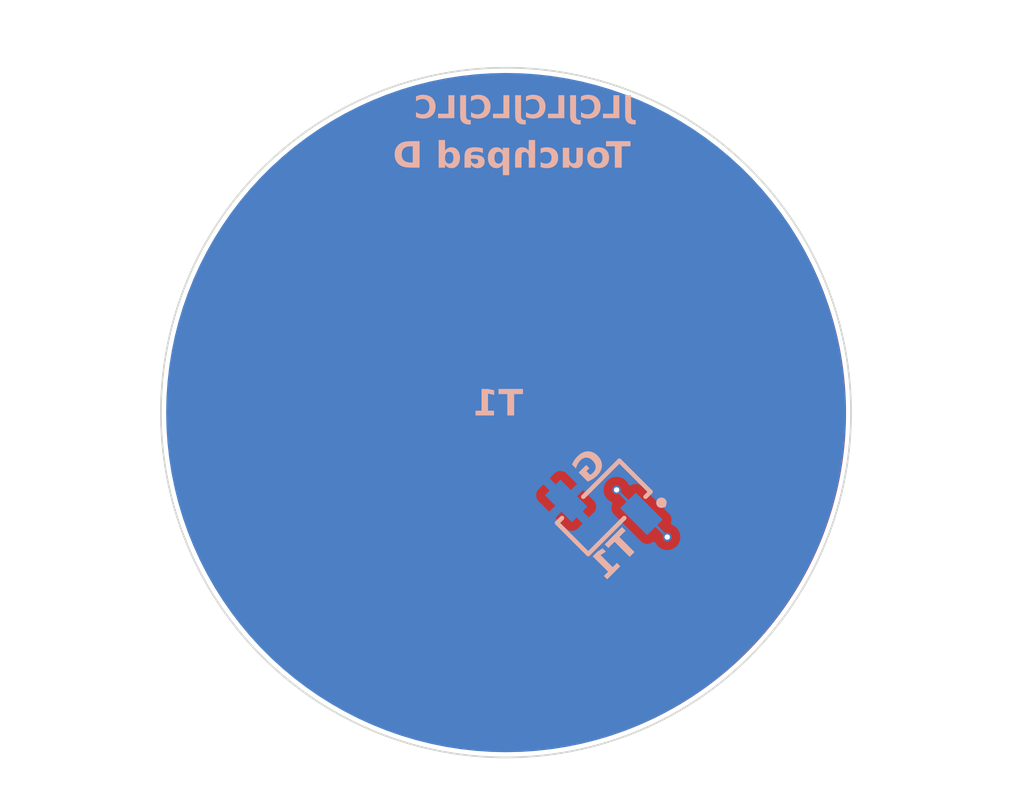
<source format=kicad_pcb>
(kicad_pcb (version 20221018) (generator pcbnew)
  (layers (0 "F.Cu" signal) (31 "B.Cu" signal) (34 "B.Paste" user) (35 "F.Paste" user) (36 "B.SilkS" user "B.Silkscreen") (37 "F.SilkS" user "F.Silkscreen") (38 "B.Mask" user) (39 "F.Mask" user) (44 "Edge.Cuts" user))
  (net 0 "")
  (net 1 "Net-(T1-Pad1)")
  (net 2 "GND")
  (footprint "footprint:Touchpad inner circle" (layer "F.Cu") (at 103.181082 66.349705)
    (fp_text reference "T1" hide)
    (fp_text value "Inner circle")
    (pad "1" smd circle (at 0 0) (size 39.1 39.1) (layers "F.Cu") (net 1 "Net-(T1-Pad1)"))
  )
  (footprint "footprint:HDR-SMD_2P-P2.54_XKB_X6511WVS-02H-C60D48R2" (layer "B.Cu") (at 108.761082 71.799705 -135)
    (fp_text reference "U1" hide)
    (fp_text value "X6511WVS-02H-C60D48R2")
    (fp_line (start -2.540005 -1.270028) (end -2.540005 1.269977) (stroke (width 0.254)) (layer "B.SilkS"))
    (fp_line (start -2.540005 1.269977) (end 0.403886 1.269977) (stroke (width 0.254)) (layer "B.SilkS"))
    (fp_line (start -2.136119 -1.270028) (end -2.540005 -1.270028) (stroke (width 0.254)) (layer "B.SilkS"))
    (fp_line (start 2.540005 -1.269241) (end -0.403861 -1.269241) (stroke (width 0.254)) (layer "B.SilkS"))
    (fp_line (start 2.540005 1.270765) (end 2.136144 1.270765) (stroke (width 0.254)) (layer "B.SilkS"))
    (fp_line (start 2.540005 1.270765) (end 2.540005 -1.269241) (stroke (width 0.254)) (layer "B.SilkS"))
    (fp_circle (center -2.540005 -2.400127) (end -2.510008 -2.400127) (stroke (width 0.059995)) (fill none) (layer "B.SilkS"))
    (fp_circle (center -2.540005 -2.159004) (end -2.389891 -2.159004) (stroke (width 0.3)) (fill none) (layer "B.SilkS"))
    (pad "1" smd rect (at -1.270003 -1.800102 225) (size 1.270003 2.2) (layers "B.Cu" "B.Paste" "B.Mask") (net 1 "Net-(T1-Pad1)"))
    (pad "2" smd rect (at 1.270003 1.800102 225) (size 1.270003 2.2) (layers "B.Cu" "B.Paste" "B.Mask") (net 2 "GND"))
  )
  (gr_circle (center 103.120097 66.328963) (end 123.020097 66.328963) (stroke (width 0.1)) (fill none) (layer "Edge.Cuts"))
  (gr_text "Touchpad D" (at 103.45 52.45) (layer "B.SilkS") (effects (font (size 1.5 1.5) (thickness 0.3) bold) (justify bottom mirror)))
  (gr_text "G" (at 109.2 69.46 45) (layer "B.SilkS") (effects (font (size 1.5 1.5) (thickness 0.3) bold) (justify left bottom mirror)))
  (gr_text "JLCJLCJLCJLC" (at 110.5 49.56) (layer "B.SilkS") (effects (font (size 1.3 1.3) (thickness 0.3) bold) (justify left bottom mirror)))
  (gr_text "T1" (at 111.08 74.19 45) (layer "B.SilkS") (effects (font (size 1.5 1.5) (thickness 0.3) bold) (justify left bottom mirror)))
  (gr_text "T1" (at 104.11 66.75) (layer "B.SilkS") (effects (font (size 1.5 1.5) (thickness 0.3) bold) (justify left bottom mirror)))
  (via (at 112.42 73.51) (size 0.5) (drill 0.3) (layers "F.Cu" "B.Cu") (net 1))
  (via (at 109.5 70.79) (size 0.5) (drill 0.3) (layers "F.Cu" "B.Cu") (net 1))
  (segment (start 110.931974 72.174542) (end 111.084542 72.174542) (width 0.25) (layer "B.Cu") (net 1))
  (segment (start 110.884542 72.174542) (end 109.5 70.79) (width 0.15) (layer "B.Cu") (net 1))
  (segment (start 111.084542 72.174542) (end 112.42 73.51) (width 0.15) (layer "B.Cu") (net 1))
  (segment (start 110.931974 72.174542) (end 110.884542 72.174542) (width 0.25) (layer "B.Cu") (net 1))
  (zone (net 2) (net_name "GND") (layer "B.Cu") (connect_pads (clearance 0.5)) (min_thickness 0.25) (fill yes (thermal_gap 0.5) (thermal_bridge_width 0.5))
    (polygon (pts (xy 78.21 42.99) (xy 133.01 42.52) (xy 132.32 89.4) (xy 73.94 88.01)))
  )
)
</source>
